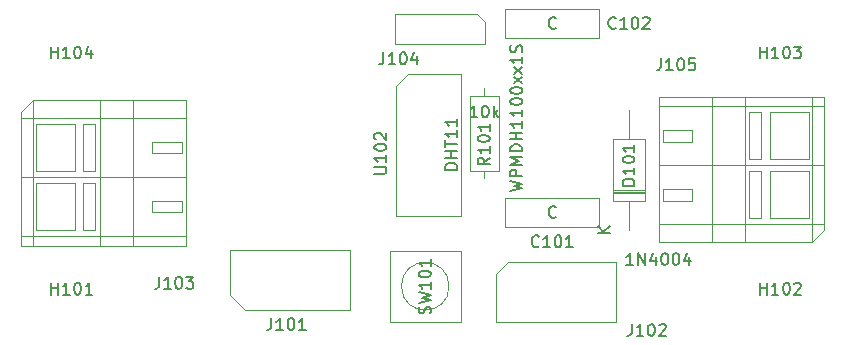
<source format=gbr>
%TF.GenerationSoftware,KiCad,Pcbnew,5.1.9+dfsg1-1~bpo10+1*%
%TF.CreationDate,2021-07-01T20:49:07+00:00*%
%TF.ProjectId,klima,6b6c696d-612e-46b6-9963-61645f706362,rev?*%
%TF.SameCoordinates,Original*%
%TF.FileFunction,Other,Fab,Top*%
%FSLAX46Y46*%
G04 Gerber Fmt 4.6, Leading zero omitted, Abs format (unit mm)*
G04 Created by KiCad (PCBNEW 5.1.9+dfsg1-1~bpo10+1) date 2021-07-01 20:49:07*
%MOMM*%
%LPD*%
G01*
G04 APERTURE LIST*
%ADD10C,0.100000*%
%ADD11C,0.150000*%
G04 APERTURE END LIST*
D10*
%TO.C,SW101*%
X137265564Y-94750000D02*
G75*
G03*
X137265564Y-94750000I-2015564J0D01*
G01*
X132250000Y-97750000D02*
X132250000Y-94750000D01*
X138250000Y-97750000D02*
X132250000Y-97750000D01*
X138250000Y-91750000D02*
X138250000Y-97750000D01*
X132250000Y-91750000D02*
X138250000Y-91750000D01*
X132250000Y-94750000D02*
X132250000Y-91750000D01*
%TO.C,J104*%
X139635000Y-71730000D02*
X140270000Y-72365000D01*
X132650000Y-71730000D02*
X139635000Y-71730000D01*
X132650000Y-74270000D02*
X132650000Y-71730000D01*
X140270000Y-74270000D02*
X132650000Y-74270000D01*
X140270000Y-72365000D02*
X140270000Y-74270000D01*
%TO.C,C101*%
X142000000Y-89750000D02*
X150000000Y-89750000D01*
X142000000Y-87250000D02*
X142000000Y-89750000D01*
X150000000Y-87250000D02*
X142000000Y-87250000D01*
X150000000Y-89750000D02*
X150000000Y-87250000D01*
%TO.C,C102*%
X150000000Y-73750000D02*
X150000000Y-71250000D01*
X150000000Y-71250000D02*
X142000000Y-71250000D01*
X142000000Y-71250000D02*
X142000000Y-73750000D01*
X142000000Y-73750000D02*
X150000000Y-73750000D01*
%TO.C,D101*%
X151150000Y-86840000D02*
X153850000Y-86840000D01*
X151150000Y-86640000D02*
X153850000Y-86640000D01*
X151150000Y-86740000D02*
X153850000Y-86740000D01*
X152500000Y-79840000D02*
X152500000Y-82320000D01*
X152500000Y-90000000D02*
X152500000Y-87520000D01*
X151150000Y-82320000D02*
X151150000Y-87520000D01*
X153850000Y-82320000D02*
X151150000Y-82320000D01*
X153850000Y-87520000D02*
X153850000Y-82320000D01*
X151150000Y-87520000D02*
X153850000Y-87520000D01*
%TO.C,J103*%
X114650000Y-88500000D02*
X114650000Y-87500000D01*
X112150000Y-88500000D02*
X114650000Y-88500000D01*
X112150000Y-87500000D02*
X112150000Y-88500000D01*
X114650000Y-87500000D02*
X112150000Y-87500000D01*
X107300000Y-90000000D02*
X107300000Y-86000000D01*
X106300000Y-90000000D02*
X107300000Y-90000000D01*
X106300000Y-86000000D02*
X106300000Y-90000000D01*
X107300000Y-86000000D02*
X106300000Y-86000000D01*
X115000000Y-90500000D02*
X115000000Y-85500000D01*
X101000000Y-90500000D02*
X115000000Y-90500000D01*
X101000000Y-85500000D02*
X101000000Y-90500000D01*
X115000000Y-85500000D02*
X101000000Y-85500000D01*
X105600000Y-90000000D02*
X105600000Y-86000000D01*
X102300000Y-90000000D02*
X105600000Y-90000000D01*
X102300000Y-86000000D02*
X102300000Y-90000000D01*
X105600000Y-86000000D02*
X102300000Y-86000000D01*
X114650000Y-83500000D02*
X114650000Y-82500000D01*
X112150000Y-83500000D02*
X114650000Y-83500000D01*
X112150000Y-82500000D02*
X112150000Y-83500000D01*
X114650000Y-82500000D02*
X112150000Y-82500000D01*
X107300000Y-85000000D02*
X107300000Y-81000000D01*
X106300000Y-85000000D02*
X107300000Y-85000000D01*
X106300000Y-81000000D02*
X106300000Y-85000000D01*
X107300000Y-81000000D02*
X106300000Y-81000000D01*
X115000000Y-85500000D02*
X115000000Y-80500000D01*
X101000000Y-85500000D02*
X115000000Y-85500000D01*
X101000000Y-80500000D02*
X101000000Y-85500000D01*
X115000000Y-80500000D02*
X101000000Y-80500000D01*
X105600000Y-85000000D02*
X105600000Y-81000000D01*
X102300000Y-85000000D02*
X105600000Y-85000000D01*
X102300000Y-81000000D02*
X102300000Y-85000000D01*
X105600000Y-81000000D02*
X102300000Y-81000000D01*
X110500000Y-79000000D02*
X110500000Y-91300000D01*
X107700000Y-79000000D02*
X107700000Y-91300000D01*
X102000000Y-79000000D02*
X102000000Y-91300000D01*
X102000000Y-79000000D02*
X115000000Y-79000000D01*
X101000000Y-80000000D02*
X102000000Y-79000000D01*
X101000000Y-91300000D02*
X101000000Y-80000000D01*
X115000000Y-91300000D02*
X101000000Y-91300000D01*
X115000000Y-79000000D02*
X115000000Y-91300000D01*
%TO.C,J105*%
X155000000Y-91000000D02*
X155000000Y-78700000D01*
X155000000Y-78700000D02*
X169000000Y-78700000D01*
X169000000Y-78700000D02*
X169000000Y-90000000D01*
X169000000Y-90000000D02*
X168000000Y-91000000D01*
X168000000Y-91000000D02*
X155000000Y-91000000D01*
X168000000Y-91000000D02*
X168000000Y-78700000D01*
X162300000Y-91000000D02*
X162300000Y-78700000D01*
X159500000Y-91000000D02*
X159500000Y-78700000D01*
X164400000Y-89000000D02*
X167700000Y-89000000D01*
X167700000Y-89000000D02*
X167700000Y-85000000D01*
X167700000Y-85000000D02*
X164400000Y-85000000D01*
X164400000Y-85000000D02*
X164400000Y-89000000D01*
X155000000Y-89500000D02*
X169000000Y-89500000D01*
X169000000Y-89500000D02*
X169000000Y-84500000D01*
X169000000Y-84500000D02*
X155000000Y-84500000D01*
X155000000Y-84500000D02*
X155000000Y-89500000D01*
X162700000Y-89000000D02*
X163700000Y-89000000D01*
X163700000Y-89000000D02*
X163700000Y-85000000D01*
X163700000Y-85000000D02*
X162700000Y-85000000D01*
X162700000Y-85000000D02*
X162700000Y-89000000D01*
X155350000Y-87500000D02*
X157850000Y-87500000D01*
X157850000Y-87500000D02*
X157850000Y-86500000D01*
X157850000Y-86500000D02*
X155350000Y-86500000D01*
X155350000Y-86500000D02*
X155350000Y-87500000D01*
X164400000Y-84000000D02*
X167700000Y-84000000D01*
X167700000Y-84000000D02*
X167700000Y-80000000D01*
X167700000Y-80000000D02*
X164400000Y-80000000D01*
X164400000Y-80000000D02*
X164400000Y-84000000D01*
X155000000Y-84500000D02*
X169000000Y-84500000D01*
X169000000Y-84500000D02*
X169000000Y-79500000D01*
X169000000Y-79500000D02*
X155000000Y-79500000D01*
X155000000Y-79500000D02*
X155000000Y-84500000D01*
X162700000Y-84000000D02*
X163700000Y-84000000D01*
X163700000Y-84000000D02*
X163700000Y-80000000D01*
X163700000Y-80000000D02*
X162700000Y-80000000D01*
X162700000Y-80000000D02*
X162700000Y-84000000D01*
X155350000Y-82500000D02*
X157850000Y-82500000D01*
X157850000Y-82500000D02*
X157850000Y-81500000D01*
X157850000Y-81500000D02*
X155350000Y-81500000D01*
X155350000Y-81500000D02*
X155350000Y-82500000D01*
%TO.C,U102*%
X132750000Y-77810000D02*
X133750000Y-76810000D01*
X132750000Y-77810000D02*
X132750000Y-88810000D01*
X138250000Y-88810000D02*
X132750000Y-88810000D01*
X138250000Y-76810000D02*
X138250000Y-88810000D01*
X133750000Y-76810000D02*
X138250000Y-76810000D01*
%TO.C,J101*%
X120000000Y-96770000D02*
X118730000Y-95500000D01*
X128890000Y-96770000D02*
X120000000Y-96770000D01*
X128890000Y-91690000D02*
X128890000Y-96770000D01*
X118730000Y-91690000D02*
X128890000Y-91690000D01*
X118730000Y-95500000D02*
X118730000Y-91690000D01*
%TO.C,J102*%
X151390000Y-97810000D02*
X141230000Y-97810000D01*
X151390000Y-92730000D02*
X151390000Y-97810000D01*
X142230000Y-92730000D02*
X151390000Y-92730000D01*
X141230000Y-93730000D02*
X142230000Y-92730000D01*
X141230000Y-97810000D02*
X141230000Y-93730000D01*
%TO.C,R101*%
X141500000Y-78660000D02*
X139000000Y-78660000D01*
X139000000Y-78660000D02*
X139000000Y-84960000D01*
X139000000Y-84960000D02*
X141500000Y-84960000D01*
X141500000Y-84960000D02*
X141500000Y-78660000D01*
X140250000Y-78000000D02*
X140250000Y-78660000D01*
X140250000Y-85620000D02*
X140250000Y-84960000D01*
%TD*%
%TO.C,SW101*%
D11*
X135654761Y-97035714D02*
X135702380Y-96892857D01*
X135702380Y-96654761D01*
X135654761Y-96559523D01*
X135607142Y-96511904D01*
X135511904Y-96464285D01*
X135416666Y-96464285D01*
X135321428Y-96511904D01*
X135273809Y-96559523D01*
X135226190Y-96654761D01*
X135178571Y-96845238D01*
X135130952Y-96940476D01*
X135083333Y-96988095D01*
X134988095Y-97035714D01*
X134892857Y-97035714D01*
X134797619Y-96988095D01*
X134750000Y-96940476D01*
X134702380Y-96845238D01*
X134702380Y-96607142D01*
X134750000Y-96464285D01*
X134702380Y-96130952D02*
X135702380Y-95892857D01*
X134988095Y-95702380D01*
X135702380Y-95511904D01*
X134702380Y-95273809D01*
X135702380Y-94369047D02*
X135702380Y-94940476D01*
X135702380Y-94654761D02*
X134702380Y-94654761D01*
X134845238Y-94750000D01*
X134940476Y-94845238D01*
X134988095Y-94940476D01*
X134702380Y-93750000D02*
X134702380Y-93654761D01*
X134750000Y-93559523D01*
X134797619Y-93511904D01*
X134892857Y-93464285D01*
X135083333Y-93416666D01*
X135321428Y-93416666D01*
X135511904Y-93464285D01*
X135607142Y-93511904D01*
X135654761Y-93559523D01*
X135702380Y-93654761D01*
X135702380Y-93750000D01*
X135654761Y-93845238D01*
X135607142Y-93892857D01*
X135511904Y-93940476D01*
X135321428Y-93988095D01*
X135083333Y-93988095D01*
X134892857Y-93940476D01*
X134797619Y-93892857D01*
X134750000Y-93845238D01*
X134702380Y-93750000D01*
X135702380Y-92464285D02*
X135702380Y-93035714D01*
X135702380Y-92750000D02*
X134702380Y-92750000D01*
X134845238Y-92845238D01*
X134940476Y-92940476D01*
X134988095Y-93035714D01*
%TO.C,J104*%
X131714285Y-74952380D02*
X131714285Y-75666666D01*
X131666666Y-75809523D01*
X131571428Y-75904761D01*
X131428571Y-75952380D01*
X131333333Y-75952380D01*
X132714285Y-75952380D02*
X132142857Y-75952380D01*
X132428571Y-75952380D02*
X132428571Y-74952380D01*
X132333333Y-75095238D01*
X132238095Y-75190476D01*
X132142857Y-75238095D01*
X133333333Y-74952380D02*
X133428571Y-74952380D01*
X133523809Y-75000000D01*
X133571428Y-75047619D01*
X133619047Y-75142857D01*
X133666666Y-75333333D01*
X133666666Y-75571428D01*
X133619047Y-75761904D01*
X133571428Y-75857142D01*
X133523809Y-75904761D01*
X133428571Y-75952380D01*
X133333333Y-75952380D01*
X133238095Y-75904761D01*
X133190476Y-75857142D01*
X133142857Y-75761904D01*
X133095238Y-75571428D01*
X133095238Y-75333333D01*
X133142857Y-75142857D01*
X133190476Y-75047619D01*
X133238095Y-75000000D01*
X133333333Y-74952380D01*
X134523809Y-75285714D02*
X134523809Y-75952380D01*
X134285714Y-74904761D02*
X134047619Y-75619047D01*
X134666666Y-75619047D01*
%TO.C,C101*%
X146309523Y-88857142D02*
X146261904Y-88904761D01*
X146119047Y-88952380D01*
X146023809Y-88952380D01*
X145880952Y-88904761D01*
X145785714Y-88809523D01*
X145738095Y-88714285D01*
X145690476Y-88523809D01*
X145690476Y-88380952D01*
X145738095Y-88190476D01*
X145785714Y-88095238D01*
X145880952Y-88000000D01*
X146023809Y-87952380D01*
X146119047Y-87952380D01*
X146261904Y-88000000D01*
X146309523Y-88047619D01*
X144880952Y-91357142D02*
X144833333Y-91404761D01*
X144690476Y-91452380D01*
X144595238Y-91452380D01*
X144452380Y-91404761D01*
X144357142Y-91309523D01*
X144309523Y-91214285D01*
X144261904Y-91023809D01*
X144261904Y-90880952D01*
X144309523Y-90690476D01*
X144357142Y-90595238D01*
X144452380Y-90500000D01*
X144595238Y-90452380D01*
X144690476Y-90452380D01*
X144833333Y-90500000D01*
X144880952Y-90547619D01*
X145833333Y-91452380D02*
X145261904Y-91452380D01*
X145547619Y-91452380D02*
X145547619Y-90452380D01*
X145452380Y-90595238D01*
X145357142Y-90690476D01*
X145261904Y-90738095D01*
X146452380Y-90452380D02*
X146547619Y-90452380D01*
X146642857Y-90500000D01*
X146690476Y-90547619D01*
X146738095Y-90642857D01*
X146785714Y-90833333D01*
X146785714Y-91071428D01*
X146738095Y-91261904D01*
X146690476Y-91357142D01*
X146642857Y-91404761D01*
X146547619Y-91452380D01*
X146452380Y-91452380D01*
X146357142Y-91404761D01*
X146309523Y-91357142D01*
X146261904Y-91261904D01*
X146214285Y-91071428D01*
X146214285Y-90833333D01*
X146261904Y-90642857D01*
X146309523Y-90547619D01*
X146357142Y-90500000D01*
X146452380Y-90452380D01*
X147738095Y-91452380D02*
X147166666Y-91452380D01*
X147452380Y-91452380D02*
X147452380Y-90452380D01*
X147357142Y-90595238D01*
X147261904Y-90690476D01*
X147166666Y-90738095D01*
%TO.C,C102*%
X146309523Y-72857142D02*
X146261904Y-72904761D01*
X146119047Y-72952380D01*
X146023809Y-72952380D01*
X145880952Y-72904761D01*
X145785714Y-72809523D01*
X145738095Y-72714285D01*
X145690476Y-72523809D01*
X145690476Y-72380952D01*
X145738095Y-72190476D01*
X145785714Y-72095238D01*
X145880952Y-72000000D01*
X146023809Y-71952380D01*
X146119047Y-71952380D01*
X146261904Y-72000000D01*
X146309523Y-72047619D01*
X151380952Y-72857142D02*
X151333333Y-72904761D01*
X151190476Y-72952380D01*
X151095238Y-72952380D01*
X150952380Y-72904761D01*
X150857142Y-72809523D01*
X150809523Y-72714285D01*
X150761904Y-72523809D01*
X150761904Y-72380952D01*
X150809523Y-72190476D01*
X150857142Y-72095238D01*
X150952380Y-72000000D01*
X151095238Y-71952380D01*
X151190476Y-71952380D01*
X151333333Y-72000000D01*
X151380952Y-72047619D01*
X152333333Y-72952380D02*
X151761904Y-72952380D01*
X152047619Y-72952380D02*
X152047619Y-71952380D01*
X151952380Y-72095238D01*
X151857142Y-72190476D01*
X151761904Y-72238095D01*
X152952380Y-71952380D02*
X153047619Y-71952380D01*
X153142857Y-72000000D01*
X153190476Y-72047619D01*
X153238095Y-72142857D01*
X153285714Y-72333333D01*
X153285714Y-72571428D01*
X153238095Y-72761904D01*
X153190476Y-72857142D01*
X153142857Y-72904761D01*
X153047619Y-72952380D01*
X152952380Y-72952380D01*
X152857142Y-72904761D01*
X152809523Y-72857142D01*
X152761904Y-72761904D01*
X152714285Y-72571428D01*
X152714285Y-72333333D01*
X152761904Y-72142857D01*
X152809523Y-72047619D01*
X152857142Y-72000000D01*
X152952380Y-71952380D01*
X153666666Y-72047619D02*
X153714285Y-72000000D01*
X153809523Y-71952380D01*
X154047619Y-71952380D01*
X154142857Y-72000000D01*
X154190476Y-72047619D01*
X154238095Y-72142857D01*
X154238095Y-72238095D01*
X154190476Y-72380952D01*
X153619047Y-72952380D01*
X154238095Y-72952380D01*
%TO.C,D101*%
X152857142Y-92952380D02*
X152285714Y-92952380D01*
X152571428Y-92952380D02*
X152571428Y-91952380D01*
X152476190Y-92095238D01*
X152380952Y-92190476D01*
X152285714Y-92238095D01*
X153285714Y-92952380D02*
X153285714Y-91952380D01*
X153857142Y-92952380D01*
X153857142Y-91952380D01*
X154761904Y-92285714D02*
X154761904Y-92952380D01*
X154523809Y-91904761D02*
X154285714Y-92619047D01*
X154904761Y-92619047D01*
X155476190Y-91952380D02*
X155571428Y-91952380D01*
X155666666Y-92000000D01*
X155714285Y-92047619D01*
X155761904Y-92142857D01*
X155809523Y-92333333D01*
X155809523Y-92571428D01*
X155761904Y-92761904D01*
X155714285Y-92857142D01*
X155666666Y-92904761D01*
X155571428Y-92952380D01*
X155476190Y-92952380D01*
X155380952Y-92904761D01*
X155333333Y-92857142D01*
X155285714Y-92761904D01*
X155238095Y-92571428D01*
X155238095Y-92333333D01*
X155285714Y-92142857D01*
X155333333Y-92047619D01*
X155380952Y-92000000D01*
X155476190Y-91952380D01*
X156428571Y-91952380D02*
X156523809Y-91952380D01*
X156619047Y-92000000D01*
X156666666Y-92047619D01*
X156714285Y-92142857D01*
X156761904Y-92333333D01*
X156761904Y-92571428D01*
X156714285Y-92761904D01*
X156666666Y-92857142D01*
X156619047Y-92904761D01*
X156523809Y-92952380D01*
X156428571Y-92952380D01*
X156333333Y-92904761D01*
X156285714Y-92857142D01*
X156238095Y-92761904D01*
X156190476Y-92571428D01*
X156190476Y-92333333D01*
X156238095Y-92142857D01*
X156285714Y-92047619D01*
X156333333Y-92000000D01*
X156428571Y-91952380D01*
X157619047Y-92285714D02*
X157619047Y-92952380D01*
X157380952Y-91904761D02*
X157142857Y-92619047D01*
X157761904Y-92619047D01*
X152952380Y-86220476D02*
X151952380Y-86220476D01*
X151952380Y-85982380D01*
X152000000Y-85839523D01*
X152095238Y-85744285D01*
X152190476Y-85696666D01*
X152380952Y-85649047D01*
X152523809Y-85649047D01*
X152714285Y-85696666D01*
X152809523Y-85744285D01*
X152904761Y-85839523D01*
X152952380Y-85982380D01*
X152952380Y-86220476D01*
X152952380Y-84696666D02*
X152952380Y-85268095D01*
X152952380Y-84982380D02*
X151952380Y-84982380D01*
X152095238Y-85077619D01*
X152190476Y-85172857D01*
X152238095Y-85268095D01*
X151952380Y-84077619D02*
X151952380Y-83982380D01*
X152000000Y-83887142D01*
X152047619Y-83839523D01*
X152142857Y-83791904D01*
X152333333Y-83744285D01*
X152571428Y-83744285D01*
X152761904Y-83791904D01*
X152857142Y-83839523D01*
X152904761Y-83887142D01*
X152952380Y-83982380D01*
X152952380Y-84077619D01*
X152904761Y-84172857D01*
X152857142Y-84220476D01*
X152761904Y-84268095D01*
X152571428Y-84315714D01*
X152333333Y-84315714D01*
X152142857Y-84268095D01*
X152047619Y-84220476D01*
X152000000Y-84172857D01*
X151952380Y-84077619D01*
X152952380Y-82791904D02*
X152952380Y-83363333D01*
X152952380Y-83077619D02*
X151952380Y-83077619D01*
X152095238Y-83172857D01*
X152190476Y-83268095D01*
X152238095Y-83363333D01*
X150852380Y-90261904D02*
X149852380Y-90261904D01*
X150852380Y-89690476D02*
X150280952Y-90119047D01*
X149852380Y-89690476D02*
X150423809Y-90261904D01*
%TO.C,H101*%
X103585714Y-95452380D02*
X103585714Y-94452380D01*
X103585714Y-94928571D02*
X104157142Y-94928571D01*
X104157142Y-95452380D02*
X104157142Y-94452380D01*
X105157142Y-95452380D02*
X104585714Y-95452380D01*
X104871428Y-95452380D02*
X104871428Y-94452380D01*
X104776190Y-94595238D01*
X104680952Y-94690476D01*
X104585714Y-94738095D01*
X105776190Y-94452380D02*
X105871428Y-94452380D01*
X105966666Y-94500000D01*
X106014285Y-94547619D01*
X106061904Y-94642857D01*
X106109523Y-94833333D01*
X106109523Y-95071428D01*
X106061904Y-95261904D01*
X106014285Y-95357142D01*
X105966666Y-95404761D01*
X105871428Y-95452380D01*
X105776190Y-95452380D01*
X105680952Y-95404761D01*
X105633333Y-95357142D01*
X105585714Y-95261904D01*
X105538095Y-95071428D01*
X105538095Y-94833333D01*
X105585714Y-94642857D01*
X105633333Y-94547619D01*
X105680952Y-94500000D01*
X105776190Y-94452380D01*
X107061904Y-95452380D02*
X106490476Y-95452380D01*
X106776190Y-95452380D02*
X106776190Y-94452380D01*
X106680952Y-94595238D01*
X106585714Y-94690476D01*
X106490476Y-94738095D01*
%TO.C,H102*%
X163585714Y-95452380D02*
X163585714Y-94452380D01*
X163585714Y-94928571D02*
X164157142Y-94928571D01*
X164157142Y-95452380D02*
X164157142Y-94452380D01*
X165157142Y-95452380D02*
X164585714Y-95452380D01*
X164871428Y-95452380D02*
X164871428Y-94452380D01*
X164776190Y-94595238D01*
X164680952Y-94690476D01*
X164585714Y-94738095D01*
X165776190Y-94452380D02*
X165871428Y-94452380D01*
X165966666Y-94500000D01*
X166014285Y-94547619D01*
X166061904Y-94642857D01*
X166109523Y-94833333D01*
X166109523Y-95071428D01*
X166061904Y-95261904D01*
X166014285Y-95357142D01*
X165966666Y-95404761D01*
X165871428Y-95452380D01*
X165776190Y-95452380D01*
X165680952Y-95404761D01*
X165633333Y-95357142D01*
X165585714Y-95261904D01*
X165538095Y-95071428D01*
X165538095Y-94833333D01*
X165585714Y-94642857D01*
X165633333Y-94547619D01*
X165680952Y-94500000D01*
X165776190Y-94452380D01*
X166490476Y-94547619D02*
X166538095Y-94500000D01*
X166633333Y-94452380D01*
X166871428Y-94452380D01*
X166966666Y-94500000D01*
X167014285Y-94547619D01*
X167061904Y-94642857D01*
X167061904Y-94738095D01*
X167014285Y-94880952D01*
X166442857Y-95452380D01*
X167061904Y-95452380D01*
%TO.C,H103*%
X163585714Y-75452380D02*
X163585714Y-74452380D01*
X163585714Y-74928571D02*
X164157142Y-74928571D01*
X164157142Y-75452380D02*
X164157142Y-74452380D01*
X165157142Y-75452380D02*
X164585714Y-75452380D01*
X164871428Y-75452380D02*
X164871428Y-74452380D01*
X164776190Y-74595238D01*
X164680952Y-74690476D01*
X164585714Y-74738095D01*
X165776190Y-74452380D02*
X165871428Y-74452380D01*
X165966666Y-74500000D01*
X166014285Y-74547619D01*
X166061904Y-74642857D01*
X166109523Y-74833333D01*
X166109523Y-75071428D01*
X166061904Y-75261904D01*
X166014285Y-75357142D01*
X165966666Y-75404761D01*
X165871428Y-75452380D01*
X165776190Y-75452380D01*
X165680952Y-75404761D01*
X165633333Y-75357142D01*
X165585714Y-75261904D01*
X165538095Y-75071428D01*
X165538095Y-74833333D01*
X165585714Y-74642857D01*
X165633333Y-74547619D01*
X165680952Y-74500000D01*
X165776190Y-74452380D01*
X166442857Y-74452380D02*
X167061904Y-74452380D01*
X166728571Y-74833333D01*
X166871428Y-74833333D01*
X166966666Y-74880952D01*
X167014285Y-74928571D01*
X167061904Y-75023809D01*
X167061904Y-75261904D01*
X167014285Y-75357142D01*
X166966666Y-75404761D01*
X166871428Y-75452380D01*
X166585714Y-75452380D01*
X166490476Y-75404761D01*
X166442857Y-75357142D01*
%TO.C,H104*%
X103585714Y-75452380D02*
X103585714Y-74452380D01*
X103585714Y-74928571D02*
X104157142Y-74928571D01*
X104157142Y-75452380D02*
X104157142Y-74452380D01*
X105157142Y-75452380D02*
X104585714Y-75452380D01*
X104871428Y-75452380D02*
X104871428Y-74452380D01*
X104776190Y-74595238D01*
X104680952Y-74690476D01*
X104585714Y-74738095D01*
X105776190Y-74452380D02*
X105871428Y-74452380D01*
X105966666Y-74500000D01*
X106014285Y-74547619D01*
X106061904Y-74642857D01*
X106109523Y-74833333D01*
X106109523Y-75071428D01*
X106061904Y-75261904D01*
X106014285Y-75357142D01*
X105966666Y-75404761D01*
X105871428Y-75452380D01*
X105776190Y-75452380D01*
X105680952Y-75404761D01*
X105633333Y-75357142D01*
X105585714Y-75261904D01*
X105538095Y-75071428D01*
X105538095Y-74833333D01*
X105585714Y-74642857D01*
X105633333Y-74547619D01*
X105680952Y-74500000D01*
X105776190Y-74452380D01*
X106966666Y-74785714D02*
X106966666Y-75452380D01*
X106728571Y-74404761D02*
X106490476Y-75119047D01*
X107109523Y-75119047D01*
%TO.C,J103*%
X112714285Y-93952380D02*
X112714285Y-94666666D01*
X112666666Y-94809523D01*
X112571428Y-94904761D01*
X112428571Y-94952380D01*
X112333333Y-94952380D01*
X113714285Y-94952380D02*
X113142857Y-94952380D01*
X113428571Y-94952380D02*
X113428571Y-93952380D01*
X113333333Y-94095238D01*
X113238095Y-94190476D01*
X113142857Y-94238095D01*
X114333333Y-93952380D02*
X114428571Y-93952380D01*
X114523809Y-94000000D01*
X114571428Y-94047619D01*
X114619047Y-94142857D01*
X114666666Y-94333333D01*
X114666666Y-94571428D01*
X114619047Y-94761904D01*
X114571428Y-94857142D01*
X114523809Y-94904761D01*
X114428571Y-94952380D01*
X114333333Y-94952380D01*
X114238095Y-94904761D01*
X114190476Y-94857142D01*
X114142857Y-94761904D01*
X114095238Y-94571428D01*
X114095238Y-94333333D01*
X114142857Y-94142857D01*
X114190476Y-94047619D01*
X114238095Y-94000000D01*
X114333333Y-93952380D01*
X115000000Y-93952380D02*
X115619047Y-93952380D01*
X115285714Y-94333333D01*
X115428571Y-94333333D01*
X115523809Y-94380952D01*
X115571428Y-94428571D01*
X115619047Y-94523809D01*
X115619047Y-94761904D01*
X115571428Y-94857142D01*
X115523809Y-94904761D01*
X115428571Y-94952380D01*
X115142857Y-94952380D01*
X115047619Y-94904761D01*
X115000000Y-94857142D01*
%TO.C,J105*%
X155214285Y-75452380D02*
X155214285Y-76166666D01*
X155166666Y-76309523D01*
X155071428Y-76404761D01*
X154928571Y-76452380D01*
X154833333Y-76452380D01*
X156214285Y-76452380D02*
X155642857Y-76452380D01*
X155928571Y-76452380D02*
X155928571Y-75452380D01*
X155833333Y-75595238D01*
X155738095Y-75690476D01*
X155642857Y-75738095D01*
X156833333Y-75452380D02*
X156928571Y-75452380D01*
X157023809Y-75500000D01*
X157071428Y-75547619D01*
X157119047Y-75642857D01*
X157166666Y-75833333D01*
X157166666Y-76071428D01*
X157119047Y-76261904D01*
X157071428Y-76357142D01*
X157023809Y-76404761D01*
X156928571Y-76452380D01*
X156833333Y-76452380D01*
X156738095Y-76404761D01*
X156690476Y-76357142D01*
X156642857Y-76261904D01*
X156595238Y-76071428D01*
X156595238Y-75833333D01*
X156642857Y-75642857D01*
X156690476Y-75547619D01*
X156738095Y-75500000D01*
X156833333Y-75452380D01*
X158071428Y-75452380D02*
X157595238Y-75452380D01*
X157547619Y-75928571D01*
X157595238Y-75880952D01*
X157690476Y-75833333D01*
X157928571Y-75833333D01*
X158023809Y-75880952D01*
X158071428Y-75928571D01*
X158119047Y-76023809D01*
X158119047Y-76261904D01*
X158071428Y-76357142D01*
X158023809Y-76404761D01*
X157928571Y-76452380D01*
X157690476Y-76452380D01*
X157595238Y-76404761D01*
X157547619Y-76357142D01*
%TO.C,U101*%
X142452380Y-86690476D02*
X143452380Y-86452380D01*
X142738095Y-86261904D01*
X143452380Y-86071428D01*
X142452380Y-85833333D01*
X143452380Y-85452380D02*
X142452380Y-85452380D01*
X142452380Y-85071428D01*
X142500000Y-84976190D01*
X142547619Y-84928571D01*
X142642857Y-84880952D01*
X142785714Y-84880952D01*
X142880952Y-84928571D01*
X142928571Y-84976190D01*
X142976190Y-85071428D01*
X142976190Y-85452380D01*
X143452380Y-84452380D02*
X142452380Y-84452380D01*
X143166666Y-84119047D01*
X142452380Y-83785714D01*
X143452380Y-83785714D01*
X143452380Y-83309523D02*
X142452380Y-83309523D01*
X142452380Y-83071428D01*
X142500000Y-82928571D01*
X142595238Y-82833333D01*
X142690476Y-82785714D01*
X142880952Y-82738095D01*
X143023809Y-82738095D01*
X143214285Y-82785714D01*
X143309523Y-82833333D01*
X143404761Y-82928571D01*
X143452380Y-83071428D01*
X143452380Y-83309523D01*
X143452380Y-82309523D02*
X142452380Y-82309523D01*
X142928571Y-82309523D02*
X142928571Y-81738095D01*
X143452380Y-81738095D02*
X142452380Y-81738095D01*
X143452380Y-80738095D02*
X143452380Y-81309523D01*
X143452380Y-81023809D02*
X142452380Y-81023809D01*
X142595238Y-81119047D01*
X142690476Y-81214285D01*
X142738095Y-81309523D01*
X143452380Y-79785714D02*
X143452380Y-80357142D01*
X143452380Y-80071428D02*
X142452380Y-80071428D01*
X142595238Y-80166666D01*
X142690476Y-80261904D01*
X142738095Y-80357142D01*
X142452380Y-79166666D02*
X142452380Y-79071428D01*
X142500000Y-78976190D01*
X142547619Y-78928571D01*
X142642857Y-78880952D01*
X142833333Y-78833333D01*
X143071428Y-78833333D01*
X143261904Y-78880952D01*
X143357142Y-78928571D01*
X143404761Y-78976190D01*
X143452380Y-79071428D01*
X143452380Y-79166666D01*
X143404761Y-79261904D01*
X143357142Y-79309523D01*
X143261904Y-79357142D01*
X143071428Y-79404761D01*
X142833333Y-79404761D01*
X142642857Y-79357142D01*
X142547619Y-79309523D01*
X142500000Y-79261904D01*
X142452380Y-79166666D01*
X142452380Y-78214285D02*
X142452380Y-78119047D01*
X142500000Y-78023809D01*
X142547619Y-77976190D01*
X142642857Y-77928571D01*
X142833333Y-77880952D01*
X143071428Y-77880952D01*
X143261904Y-77928571D01*
X143357142Y-77976190D01*
X143404761Y-78023809D01*
X143452380Y-78119047D01*
X143452380Y-78214285D01*
X143404761Y-78309523D01*
X143357142Y-78357142D01*
X143261904Y-78404761D01*
X143071428Y-78452380D01*
X142833333Y-78452380D01*
X142642857Y-78404761D01*
X142547619Y-78357142D01*
X142500000Y-78309523D01*
X142452380Y-78214285D01*
X143452380Y-77547619D02*
X142785714Y-77023809D01*
X142785714Y-77547619D02*
X143452380Y-77023809D01*
X143452380Y-76738095D02*
X142785714Y-76214285D01*
X142785714Y-76738095D02*
X143452380Y-76214285D01*
X143452380Y-75309523D02*
X143452380Y-75880952D01*
X143452380Y-75595238D02*
X142452380Y-75595238D01*
X142595238Y-75690476D01*
X142690476Y-75785714D01*
X142738095Y-75880952D01*
X143404761Y-74928571D02*
X143452380Y-74785714D01*
X143452380Y-74547619D01*
X143404761Y-74452380D01*
X143357142Y-74404761D01*
X143261904Y-74357142D01*
X143166666Y-74357142D01*
X143071428Y-74404761D01*
X143023809Y-74452380D01*
X142976190Y-74547619D01*
X142928571Y-74738095D01*
X142880952Y-74833333D01*
X142833333Y-74880952D01*
X142738095Y-74928571D01*
X142642857Y-74928571D01*
X142547619Y-74880952D01*
X142500000Y-74833333D01*
X142452380Y-74738095D01*
X142452380Y-74500000D01*
X142500000Y-74357142D01*
%TO.C,U102*%
X137952380Y-84869047D02*
X136952380Y-84869047D01*
X136952380Y-84630952D01*
X137000000Y-84488095D01*
X137095238Y-84392857D01*
X137190476Y-84345238D01*
X137380952Y-84297619D01*
X137523809Y-84297619D01*
X137714285Y-84345238D01*
X137809523Y-84392857D01*
X137904761Y-84488095D01*
X137952380Y-84630952D01*
X137952380Y-84869047D01*
X137952380Y-83869047D02*
X136952380Y-83869047D01*
X137428571Y-83869047D02*
X137428571Y-83297619D01*
X137952380Y-83297619D02*
X136952380Y-83297619D01*
X136952380Y-82964285D02*
X136952380Y-82392857D01*
X137952380Y-82678571D02*
X136952380Y-82678571D01*
X137952380Y-81535714D02*
X137952380Y-82107142D01*
X137952380Y-81821428D02*
X136952380Y-81821428D01*
X137095238Y-81916666D01*
X137190476Y-82011904D01*
X137238095Y-82107142D01*
X137952380Y-80583333D02*
X137952380Y-81154761D01*
X137952380Y-80869047D02*
X136952380Y-80869047D01*
X137095238Y-80964285D01*
X137190476Y-81059523D01*
X137238095Y-81154761D01*
X130952380Y-85214285D02*
X131761904Y-85214285D01*
X131857142Y-85166666D01*
X131904761Y-85119047D01*
X131952380Y-85023809D01*
X131952380Y-84833333D01*
X131904761Y-84738095D01*
X131857142Y-84690476D01*
X131761904Y-84642857D01*
X130952380Y-84642857D01*
X131952380Y-83642857D02*
X131952380Y-84214285D01*
X131952380Y-83928571D02*
X130952380Y-83928571D01*
X131095238Y-84023809D01*
X131190476Y-84119047D01*
X131238095Y-84214285D01*
X130952380Y-83023809D02*
X130952380Y-82928571D01*
X131000000Y-82833333D01*
X131047619Y-82785714D01*
X131142857Y-82738095D01*
X131333333Y-82690476D01*
X131571428Y-82690476D01*
X131761904Y-82738095D01*
X131857142Y-82785714D01*
X131904761Y-82833333D01*
X131952380Y-82928571D01*
X131952380Y-83023809D01*
X131904761Y-83119047D01*
X131857142Y-83166666D01*
X131761904Y-83214285D01*
X131571428Y-83261904D01*
X131333333Y-83261904D01*
X131142857Y-83214285D01*
X131047619Y-83166666D01*
X131000000Y-83119047D01*
X130952380Y-83023809D01*
X131047619Y-82309523D02*
X131000000Y-82261904D01*
X130952380Y-82166666D01*
X130952380Y-81928571D01*
X131000000Y-81833333D01*
X131047619Y-81785714D01*
X131142857Y-81738095D01*
X131238095Y-81738095D01*
X131380952Y-81785714D01*
X131952380Y-82357142D01*
X131952380Y-81738095D01*
%TO.C,J101*%
X122214285Y-97452380D02*
X122214285Y-98166666D01*
X122166666Y-98309523D01*
X122071428Y-98404761D01*
X121928571Y-98452380D01*
X121833333Y-98452380D01*
X123214285Y-98452380D02*
X122642857Y-98452380D01*
X122928571Y-98452380D02*
X122928571Y-97452380D01*
X122833333Y-97595238D01*
X122738095Y-97690476D01*
X122642857Y-97738095D01*
X123833333Y-97452380D02*
X123928571Y-97452380D01*
X124023809Y-97500000D01*
X124071428Y-97547619D01*
X124119047Y-97642857D01*
X124166666Y-97833333D01*
X124166666Y-98071428D01*
X124119047Y-98261904D01*
X124071428Y-98357142D01*
X124023809Y-98404761D01*
X123928571Y-98452380D01*
X123833333Y-98452380D01*
X123738095Y-98404761D01*
X123690476Y-98357142D01*
X123642857Y-98261904D01*
X123595238Y-98071428D01*
X123595238Y-97833333D01*
X123642857Y-97642857D01*
X123690476Y-97547619D01*
X123738095Y-97500000D01*
X123833333Y-97452380D01*
X125119047Y-98452380D02*
X124547619Y-98452380D01*
X124833333Y-98452380D02*
X124833333Y-97452380D01*
X124738095Y-97595238D01*
X124642857Y-97690476D01*
X124547619Y-97738095D01*
%TO.C,J102*%
X152714285Y-97952380D02*
X152714285Y-98666666D01*
X152666666Y-98809523D01*
X152571428Y-98904761D01*
X152428571Y-98952380D01*
X152333333Y-98952380D01*
X153714285Y-98952380D02*
X153142857Y-98952380D01*
X153428571Y-98952380D02*
X153428571Y-97952380D01*
X153333333Y-98095238D01*
X153238095Y-98190476D01*
X153142857Y-98238095D01*
X154333333Y-97952380D02*
X154428571Y-97952380D01*
X154523809Y-98000000D01*
X154571428Y-98047619D01*
X154619047Y-98142857D01*
X154666666Y-98333333D01*
X154666666Y-98571428D01*
X154619047Y-98761904D01*
X154571428Y-98857142D01*
X154523809Y-98904761D01*
X154428571Y-98952380D01*
X154333333Y-98952380D01*
X154238095Y-98904761D01*
X154190476Y-98857142D01*
X154142857Y-98761904D01*
X154095238Y-98571428D01*
X154095238Y-98333333D01*
X154142857Y-98142857D01*
X154190476Y-98047619D01*
X154238095Y-98000000D01*
X154333333Y-97952380D01*
X155047619Y-98047619D02*
X155095238Y-98000000D01*
X155190476Y-97952380D01*
X155428571Y-97952380D01*
X155523809Y-98000000D01*
X155571428Y-98047619D01*
X155619047Y-98142857D01*
X155619047Y-98238095D01*
X155571428Y-98380952D01*
X155000000Y-98952380D01*
X155619047Y-98952380D01*
%TO.C,R101*%
X139654761Y-80452380D02*
X139083333Y-80452380D01*
X139369047Y-80452380D02*
X139369047Y-79452380D01*
X139273809Y-79595238D01*
X139178571Y-79690476D01*
X139083333Y-79738095D01*
X140273809Y-79452380D02*
X140369047Y-79452380D01*
X140464285Y-79500000D01*
X140511904Y-79547619D01*
X140559523Y-79642857D01*
X140607142Y-79833333D01*
X140607142Y-80071428D01*
X140559523Y-80261904D01*
X140511904Y-80357142D01*
X140464285Y-80404761D01*
X140369047Y-80452380D01*
X140273809Y-80452380D01*
X140178571Y-80404761D01*
X140130952Y-80357142D01*
X140083333Y-80261904D01*
X140035714Y-80071428D01*
X140035714Y-79833333D01*
X140083333Y-79642857D01*
X140130952Y-79547619D01*
X140178571Y-79500000D01*
X140273809Y-79452380D01*
X141035714Y-80452380D02*
X141035714Y-79452380D01*
X141130952Y-80071428D02*
X141416666Y-80452380D01*
X141416666Y-79785714D02*
X141035714Y-80166666D01*
X140702380Y-83869047D02*
X140226190Y-84202380D01*
X140702380Y-84440476D02*
X139702380Y-84440476D01*
X139702380Y-84059523D01*
X139750000Y-83964285D01*
X139797619Y-83916666D01*
X139892857Y-83869047D01*
X140035714Y-83869047D01*
X140130952Y-83916666D01*
X140178571Y-83964285D01*
X140226190Y-84059523D01*
X140226190Y-84440476D01*
X140702380Y-82916666D02*
X140702380Y-83488095D01*
X140702380Y-83202380D02*
X139702380Y-83202380D01*
X139845238Y-83297619D01*
X139940476Y-83392857D01*
X139988095Y-83488095D01*
X139702380Y-82297619D02*
X139702380Y-82202380D01*
X139750000Y-82107142D01*
X139797619Y-82059523D01*
X139892857Y-82011904D01*
X140083333Y-81964285D01*
X140321428Y-81964285D01*
X140511904Y-82011904D01*
X140607142Y-82059523D01*
X140654761Y-82107142D01*
X140702380Y-82202380D01*
X140702380Y-82297619D01*
X140654761Y-82392857D01*
X140607142Y-82440476D01*
X140511904Y-82488095D01*
X140321428Y-82535714D01*
X140083333Y-82535714D01*
X139892857Y-82488095D01*
X139797619Y-82440476D01*
X139750000Y-82392857D01*
X139702380Y-82297619D01*
X140702380Y-81011904D02*
X140702380Y-81583333D01*
X140702380Y-81297619D02*
X139702380Y-81297619D01*
X139845238Y-81392857D01*
X139940476Y-81488095D01*
X139988095Y-81583333D01*
%TD*%
M02*

</source>
